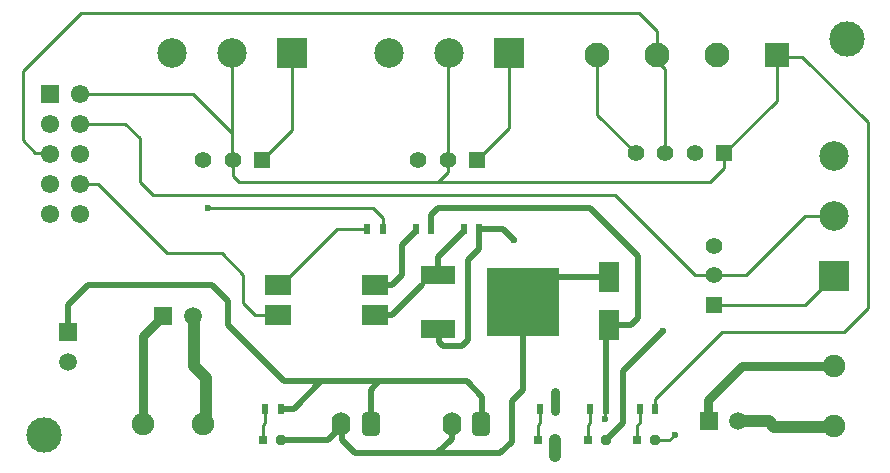
<source format=gtl>
G04*
G04 #@! TF.GenerationSoftware,Altium Limited,Altium Designer,20.1.8 (145)*
G04*
G04 Layer_Physical_Order=1*
G04 Layer_Color=255*
%FSLAX25Y25*%
%MOIN*%
G70*
G04*
G04 #@! TF.SameCoordinates,19D57B75-9579-4F69-8231-0EC3C90D2157*
G04*
G04*
G04 #@! TF.FilePolarity,Positive*
G04*
G01*
G75*
G04:AMPARAMS|DCode=16|XSize=31.5mil|YSize=31.5mil|CornerRadius=7.87mil|HoleSize=0mil|Usage=FLASHONLY|Rotation=180.000|XOffset=0mil|YOffset=0mil|HoleType=Round|Shape=RoundedRectangle|*
%AMROUNDEDRECTD16*
21,1,0.03150,0.01575,0,0,180.0*
21,1,0.01575,0.03150,0,0,180.0*
1,1,0.01575,-0.00787,0.00787*
1,1,0.01575,0.00787,0.00787*
1,1,0.01575,0.00787,-0.00787*
1,1,0.01575,-0.00787,-0.00787*
%
%ADD16ROUNDEDRECTD16*%
%ADD17R,0.03150X0.03150*%
%ADD18R,0.01968X0.03740*%
%ADD19R,0.08661X0.06693*%
%ADD20R,0.06693X0.09843*%
%ADD21R,0.11811X0.06299*%
%ADD22R,0.24410X0.22835*%
%ADD42R,0.05512X0.05512*%
%ADD43C,0.05512*%
%ADD45R,0.05512X0.05512*%
%ADD46C,0.01000*%
%ADD47C,0.01968*%
%ADD48C,0.02953*%
%ADD49C,0.03937*%
%ADD50C,0.07480*%
%ADD51C,0.06102*%
%ADD52R,0.06102X0.06102*%
%ADD53R,0.05906X0.05906*%
%ADD54C,0.05906*%
%ADD55R,0.05906X0.05906*%
%ADD56R,0.09843X0.09843*%
%ADD57C,0.09843*%
%ADD58O,0.06299X0.07874*%
G04:AMPARAMS|DCode=59|XSize=78.74mil|YSize=62.99mil|CornerRadius=15.75mil|HoleSize=0mil|Usage=FLASHONLY|Rotation=270.000|XOffset=0mil|YOffset=0mil|HoleType=Round|Shape=RoundedRectangle|*
%AMROUNDEDRECTD59*
21,1,0.07874,0.03150,0,0,270.0*
21,1,0.04724,0.06299,0,0,270.0*
1,1,0.03150,-0.01575,-0.02362*
1,1,0.03150,-0.01575,0.02362*
1,1,0.03150,0.01575,0.02362*
1,1,0.03150,0.01575,-0.02362*
%
%ADD59ROUNDEDRECTD59*%
%ADD60R,0.09843X0.09843*%
%ADD61C,0.08268*%
%ADD62R,0.08268X0.08268*%
%ADD63C,0.11811*%
%ADD64C,0.02362*%
D16*
X92126Y10039D02*
D03*
X216929D02*
D03*
X200394D02*
D03*
X183661D02*
D03*
D17*
X86221D02*
D03*
X211024D02*
D03*
X194488D02*
D03*
X177756D02*
D03*
D18*
X92126Y20669D02*
D03*
X87008D02*
D03*
X195276D02*
D03*
X200394D02*
D03*
X216929D02*
D03*
X211811D02*
D03*
X178543D02*
D03*
X183661D02*
D03*
X126051Y80643D02*
D03*
X120933D02*
D03*
X153150D02*
D03*
X158268D02*
D03*
X137041D02*
D03*
X142159D02*
D03*
D19*
X123425Y61890D02*
D03*
Y51890D02*
D03*
X91142D02*
D03*
Y61890D02*
D03*
D20*
X201378Y64370D02*
D03*
Y48622D02*
D03*
D21*
X144685Y65118D02*
D03*
Y47087D02*
D03*
D22*
X173031Y56102D02*
D03*
D42*
X157677Y103642D02*
D03*
X239961Y105709D02*
D03*
X86024Y103642D02*
D03*
D43*
X147835D02*
D03*
X137992D02*
D03*
X230118Y105709D02*
D03*
X220276D02*
D03*
X210433D02*
D03*
X76181Y103642D02*
D03*
X66339D02*
D03*
X236417Y65158D02*
D03*
Y75000D02*
D03*
D45*
Y55315D02*
D03*
D46*
X126051Y80643D02*
Y84204D01*
X122854Y87402D02*
X126051Y84204D01*
X67716Y87402D02*
X122854D01*
X83543Y51890D02*
X91142D01*
X79528Y55905D02*
X83543Y51890D01*
X72441Y72441D02*
X79528Y65354D01*
Y55905D02*
Y65354D01*
X54331Y72441D02*
X72441D01*
X35236Y91535D02*
X54331Y72441D01*
X279724Y46260D02*
X287795Y54331D01*
Y116142D01*
X265945Y137992D02*
X287795Y116142D01*
X76181Y98228D02*
X78347Y96063D01*
X144488D01*
X235039D02*
X239961Y100984D01*
X144488Y96063D02*
X235039D01*
X144488D02*
X147811Y99386D01*
X45079Y96260D02*
X49606Y91732D01*
X203543D02*
X230118Y65158D01*
X49606Y91732D02*
X203543D01*
X258064Y137992D02*
X265945D01*
X216929Y24016D02*
X239173Y46260D01*
X279724D01*
X257598Y123346D02*
Y138458D01*
X217598D02*
Y146575D01*
X220276Y105709D02*
Y133814D01*
X217598Y136491D02*
Y138458D01*
Y136491D02*
X220276Y133814D01*
X6102Y110039D02*
Y133268D01*
X25394Y152559D02*
X211614D01*
X6102Y133268D02*
X25394Y152559D01*
X6102Y110039D02*
X10246Y105895D01*
X14813D01*
X45079Y96260D02*
Y110827D01*
X75984Y103839D02*
Y112402D01*
Y139173D01*
X25157Y125551D02*
X62835D01*
X75984Y112402D01*
X40354Y115551D02*
X45079Y110827D01*
X25157Y115551D02*
X40354D01*
X14813Y105895D02*
X15157Y105551D01*
X25157Y95551D02*
X31220D01*
X35236Y91535D02*
Y91535D01*
X31220Y95551D02*
X35236Y91535D01*
X200197Y17126D02*
X200295Y17224D01*
Y20571D02*
X200394Y20669D01*
X200295Y17224D02*
Y20571D01*
X216929Y20669D02*
Y24016D01*
X183661Y26181D02*
X183661Y26181D01*
X244009Y14370D02*
X244685D01*
X159018Y15453D02*
X159252Y15687D01*
X221457Y10039D02*
X223425Y12008D01*
X216929Y10039D02*
X221457D01*
X147811Y103618D02*
X147835Y103642D01*
X147811Y99386D02*
Y103618D01*
X76181Y98228D02*
Y103642D01*
X239961Y100984D02*
Y105709D01*
X148031Y138976D02*
X148228Y139173D01*
X148031Y103839D02*
Y138976D01*
X147835Y103642D02*
X148031Y103839D01*
X157677Y103642D02*
X168228Y114193D01*
Y139173D01*
X211614Y152559D02*
X217598Y146575D01*
X257598Y138458D02*
X258064Y137992D01*
X200394Y47638D02*
X201378Y48622D01*
X144685Y47087D02*
X144773Y46999D01*
X211811Y15843D02*
Y20669D01*
X211024Y15055D02*
X211811Y15843D01*
X211024Y10039D02*
Y15055D01*
X178543Y15843D02*
Y20669D01*
X177756Y15055D02*
X178543Y15843D01*
X177756Y10039D02*
Y15055D01*
X195276Y15843D02*
Y20669D01*
X194488Y15055D02*
X195276Y15843D01*
X194488Y10039D02*
Y15055D01*
X230118Y65158D02*
X236417D01*
X95787Y113406D02*
Y139173D01*
X86024Y103642D02*
X95787Y113406D01*
X153150Y79757D02*
Y80643D01*
X137041Y79757D02*
Y80643D01*
X110879D02*
X120933D01*
X92126Y61890D02*
X110879Y80643D01*
X91142Y61890D02*
X92126D01*
X139279Y61913D02*
Y62468D01*
X141929Y65118D01*
X144685D01*
X173031Y56102D02*
X181299Y64370D01*
X236417Y65158D02*
X247047D01*
X266834Y84944D02*
X276575D01*
X247047Y65158D02*
X266834Y84944D01*
X266946Y55315D02*
X276575Y64944D01*
X236417Y55315D02*
X266946D01*
X75984Y103839D02*
X76181Y103642D01*
X197598Y118543D02*
X210433Y105709D01*
X197598Y118543D02*
Y138458D01*
X239961Y105709D02*
X257598Y123346D01*
X87008Y15843D02*
Y20669D01*
X86221Y15055D02*
X87008Y15843D01*
X86221Y10039D02*
Y15055D01*
X112402Y14719D02*
Y15399D01*
X112347Y15453D02*
X112402Y15399D01*
D47*
X69095Y62008D02*
X74410Y56693D01*
Y48425D02*
Y56693D01*
X27756Y62008D02*
X69095D01*
X74410Y48425D02*
X93110Y29724D01*
X21063Y46063D02*
Y55315D01*
X27756Y62008D01*
X206102Y33268D02*
X219488Y46654D01*
X206102Y15748D02*
Y33268D01*
X200394Y10039D02*
X206102Y15748D01*
X166208Y80643D02*
X169882Y76968D01*
X158268Y80643D02*
X166208D01*
X93110Y29724D02*
X105589D01*
X125000D02*
X154134D01*
X159252Y15687D02*
Y24606D01*
X154134Y29724D02*
X159252Y24606D01*
X200394Y20669D02*
Y47638D01*
X144291Y5709D02*
X165157D01*
X169095Y9646D02*
Y23031D01*
X165157Y5709D02*
X169095Y9646D01*
X173031Y26969D02*
Y56102D01*
X169095Y23031D02*
X173031Y26969D01*
X146260Y41535D02*
X152559D01*
X144773Y43023D02*
X146260Y41535D01*
X144773Y43023D02*
Y46999D01*
X152559Y41535D02*
X154527Y43504D01*
Y70276D01*
X158268Y74016D01*
Y80643D01*
X201378Y48622D02*
X208858D01*
X211221Y50984D01*
Y71457D01*
X144685Y87598D02*
X195079D01*
X211221Y71457D01*
X142159Y80643D02*
Y85073D01*
X144685Y87598D01*
Y71292D02*
X153150Y79757D01*
X144685Y65118D02*
Y71292D01*
X123425Y61890D02*
X129213D01*
X132480Y65158D01*
Y75196D02*
X137041Y79757D01*
X132480Y65158D02*
Y75196D01*
X123425Y51890D02*
X129256D01*
X139279Y61913D01*
X181299Y64370D02*
X201378D01*
X92126Y20669D02*
X96534D01*
X105589Y29724D01*
X125000D01*
X112402Y10039D02*
Y14719D01*
X92126Y10039D02*
X107721D01*
X112402Y14719D01*
Y10039D02*
X116732Y5709D01*
X144291D01*
X149175Y10593D02*
Y15453D01*
X144291Y5709D02*
X149175Y10593D01*
X122190Y26914D02*
X125000Y29724D01*
X122190Y15453D02*
Y26914D01*
D48*
X183661Y19882D02*
Y20669D01*
Y26181D01*
X234646Y15551D02*
Y23622D01*
X246024Y35000D02*
X276575D01*
X234646Y23622D02*
X246024Y35000D01*
X46260Y15650D02*
Y44724D01*
X52913Y51378D01*
D49*
X63133Y34899D02*
Y51001D01*
X67126Y17474D02*
Y30906D01*
X63133Y34899D02*
X67126Y30906D01*
X62756Y51378D02*
X63133Y51001D01*
X66260Y16608D02*
X67126Y17474D01*
X66260Y15650D02*
Y16608D01*
X256575Y14685D02*
X276260D01*
X244685Y16535D02*
X254724D01*
X256575Y14685D01*
X183661Y4921D02*
Y10039D01*
D50*
X276575Y15000D02*
D03*
Y35000D02*
D03*
X66260Y15650D02*
D03*
X46260D02*
D03*
D51*
X25157Y85551D02*
D03*
Y95551D02*
D03*
Y105551D02*
D03*
Y115551D02*
D03*
Y125551D02*
D03*
X15157Y85551D02*
D03*
Y95551D02*
D03*
Y105551D02*
D03*
Y115551D02*
D03*
D52*
Y125551D02*
D03*
D53*
X52913Y51378D02*
D03*
X234842Y16535D02*
D03*
D54*
X62756Y51378D02*
D03*
X21063Y36220D02*
D03*
X244685Y16535D02*
D03*
D55*
X21063Y46063D02*
D03*
D56*
X95787Y139173D02*
D03*
X168228D02*
D03*
D57*
X75787D02*
D03*
X55787D02*
D03*
X148228D02*
D03*
X128228D02*
D03*
X276575Y84944D02*
D03*
Y104944D02*
D03*
D58*
X149175Y15453D02*
D03*
X112347D02*
D03*
D59*
X159018D02*
D03*
X122190D02*
D03*
D60*
X276575Y64944D02*
D03*
D61*
X197598Y138458D02*
D03*
X217598D02*
D03*
X237598D02*
D03*
D62*
X257598D02*
D03*
D63*
X13189Y12008D02*
D03*
X280906Y143898D02*
D03*
D64*
X67716Y87402D02*
D03*
X183661Y4921D02*
D03*
X219488Y46654D02*
D03*
X200197Y17126D02*
D03*
X183661Y26181D02*
D03*
X169882Y76968D02*
D03*
X223425Y12008D02*
D03*
M02*

</source>
